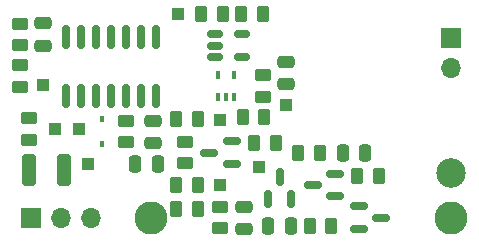
<source format=gbs>
G04 #@! TF.GenerationSoftware,KiCad,Pcbnew,5.99.0-unknown-4920692bcd~125~ubuntu20.04.1*
G04 #@! TF.CreationDate,2021-04-19T16:17:20+09:00*
G04 #@! TF.ProjectId,OpenHVPS-5,4f70656e-4856-4505-932d-352e6b696361,V1.2.1*
G04 #@! TF.SameCoordinates,Original*
G04 #@! TF.FileFunction,Soldermask,Bot*
G04 #@! TF.FilePolarity,Negative*
%FSLAX46Y46*%
G04 Gerber Fmt 4.6, Leading zero omitted, Abs format (unit mm)*
G04 Created by KiCad (PCBNEW 5.99.0-unknown-4920692bcd~125~ubuntu20.04.1) date 2021-04-19 16:17:20*
%MOMM*%
%LPD*%
G01*
G04 APERTURE LIST*
G04 Aperture macros list*
%AMRoundRect*
0 Rectangle with rounded corners*
0 $1 Rounding radius*
0 $2 $3 $4 $5 $6 $7 $8 $9 X,Y pos of 4 corners*
0 Add a 4 corners polygon primitive as box body*
4,1,4,$2,$3,$4,$5,$6,$7,$8,$9,$2,$3,0*
0 Add four circle primitives for the rounded corners*
1,1,$1+$1,$2,$3*
1,1,$1+$1,$4,$5*
1,1,$1+$1,$6,$7*
1,1,$1+$1,$8,$9*
0 Add four rect primitives between the rounded corners*
20,1,$1+$1,$2,$3,$4,$5,0*
20,1,$1+$1,$4,$5,$6,$7,0*
20,1,$1+$1,$6,$7,$8,$9,0*
20,1,$1+$1,$8,$9,$2,$3,0*%
G04 Aperture macros list end*
%ADD10R,1.700000X1.700000*%
%ADD11O,1.700000X1.700000*%
%ADD12C,2.500000*%
%ADD13C,2.800000*%
%ADD14R,1.000000X1.000000*%
%ADD15RoundRect,0.250000X-0.262500X-0.450000X0.262500X-0.450000X0.262500X0.450000X-0.262500X0.450000X0*%
%ADD16RoundRect,0.150000X0.587500X0.150000X-0.587500X0.150000X-0.587500X-0.150000X0.587500X-0.150000X0*%
%ADD17RoundRect,0.250000X0.262500X0.450000X-0.262500X0.450000X-0.262500X-0.450000X0.262500X-0.450000X0*%
%ADD18RoundRect,0.250000X-0.250000X-0.475000X0.250000X-0.475000X0.250000X0.475000X-0.250000X0.475000X0*%
%ADD19RoundRect,0.250000X-0.475000X0.250000X-0.475000X-0.250000X0.475000X-0.250000X0.475000X0.250000X0*%
%ADD20RoundRect,0.250000X0.450000X-0.262500X0.450000X0.262500X-0.450000X0.262500X-0.450000X-0.262500X0*%
%ADD21RoundRect,0.250000X-0.450000X0.262500X-0.450000X-0.262500X0.450000X-0.262500X0.450000X0.262500X0*%
%ADD22R,0.450000X0.600000*%
%ADD23RoundRect,0.150000X-0.512500X-0.150000X0.512500X-0.150000X0.512500X0.150000X-0.512500X0.150000X0*%
%ADD24RoundRect,0.150000X-0.587500X-0.150000X0.587500X-0.150000X0.587500X0.150000X-0.587500X0.150000X0*%
%ADD25RoundRect,0.150000X0.150000X-0.587500X0.150000X0.587500X-0.150000X0.587500X-0.150000X-0.587500X0*%
%ADD26RoundRect,0.150000X0.150000X-0.825000X0.150000X0.825000X-0.150000X0.825000X-0.150000X-0.825000X0*%
%ADD27RoundRect,0.250000X0.250000X0.475000X-0.250000X0.475000X-0.250000X-0.475000X0.250000X-0.475000X0*%
%ADD28RoundRect,0.250000X0.475000X-0.250000X0.475000X0.250000X-0.475000X0.250000X-0.475000X-0.250000X0*%
%ADD29RoundRect,0.250000X-0.325000X-1.100000X0.325000X-1.100000X0.325000X1.100000X-0.325000X1.100000X0*%
%ADD30R,0.400000X0.650000*%
G04 APERTURE END LIST*
D10*
X164060000Y-60325000D03*
D11*
X164060000Y-62865000D03*
D12*
X164060000Y-71755000D03*
D13*
X164060000Y-75565000D03*
X138660000Y-75565000D03*
D10*
X128500000Y-75565000D03*
D11*
X131040000Y-75565000D03*
X133580000Y-75565000D03*
D14*
X132520000Y-68020000D03*
D15*
X140795500Y-74803000D03*
X142620500Y-74803000D03*
D14*
X150100000Y-66000000D03*
D15*
X140795500Y-72771000D03*
X142620500Y-72771000D03*
D16*
X154207500Y-71820000D03*
X154207500Y-73720000D03*
X152332500Y-72770000D03*
D14*
X140900000Y-58265000D03*
D17*
X144712500Y-58265000D03*
X142887500Y-58265000D03*
D18*
X148550000Y-76270000D03*
X150450000Y-76270000D03*
D19*
X129520000Y-59070000D03*
X129520000Y-60970000D03*
D14*
X133270000Y-71020000D03*
D18*
X154870000Y-70020000D03*
X156770000Y-70020000D03*
D20*
X141520000Y-70932500D03*
X141520000Y-69107500D03*
D21*
X144502000Y-74607500D03*
X144502000Y-76432500D03*
D22*
X134520000Y-67170000D03*
X134520000Y-69270000D03*
D21*
X127520000Y-59107500D03*
X127520000Y-60932500D03*
D23*
X144062500Y-61915000D03*
X144062500Y-60965000D03*
X144062500Y-60015000D03*
X146337500Y-60015000D03*
X146337500Y-61915000D03*
D19*
X146534000Y-74615000D03*
X146534000Y-76515000D03*
D24*
X156262500Y-76470000D03*
X156262500Y-74570000D03*
X158137500Y-75520000D03*
D15*
X146387500Y-67024000D03*
X148212500Y-67024000D03*
D25*
X150470000Y-73957500D03*
X148570000Y-73957500D03*
X149520000Y-72082500D03*
D14*
X129520000Y-64270000D03*
D17*
X148112500Y-58265000D03*
X146287500Y-58265000D03*
D19*
X138770000Y-67320000D03*
X138770000Y-69220000D03*
D15*
X147399500Y-69215000D03*
X149224500Y-69215000D03*
D14*
X144500000Y-67265000D03*
X144520000Y-72770000D03*
X147804000Y-71247000D03*
D26*
X139080000Y-65195000D03*
X137810000Y-65195000D03*
X136540000Y-65195000D03*
X135270000Y-65195000D03*
X134000000Y-65195000D03*
X132730000Y-65195000D03*
X131460000Y-65195000D03*
X131460000Y-60245000D03*
X132730000Y-60245000D03*
X134000000Y-60245000D03*
X135270000Y-60245000D03*
X136540000Y-60245000D03*
X137810000Y-60245000D03*
X139080000Y-60245000D03*
D21*
X128270000Y-67107500D03*
X128270000Y-68932500D03*
D27*
X139220000Y-71020000D03*
X137320000Y-71020000D03*
D15*
X140795500Y-67183000D03*
X142620500Y-67183000D03*
D21*
X136520000Y-67307500D03*
X136520000Y-69132500D03*
D15*
X156107500Y-72020000D03*
X157932500Y-72020000D03*
D14*
X130520000Y-68020000D03*
D16*
X145457500Y-69070000D03*
X145457500Y-70970000D03*
X143582500Y-70020000D03*
D17*
X152932500Y-70020000D03*
X151107500Y-70020000D03*
D28*
X150100000Y-64250000D03*
X150100000Y-62350000D03*
D20*
X127520000Y-64432500D03*
X127520000Y-62607500D03*
X148100000Y-65277500D03*
X148100000Y-63452500D03*
D29*
X128295000Y-71501000D03*
X131245000Y-71501000D03*
D17*
X153912500Y-76270000D03*
X152087500Y-76270000D03*
D30*
X145650000Y-65339000D03*
X145000000Y-65339000D03*
X144350000Y-65339000D03*
X144350000Y-63439000D03*
X145650000Y-63439000D03*
M02*

</source>
